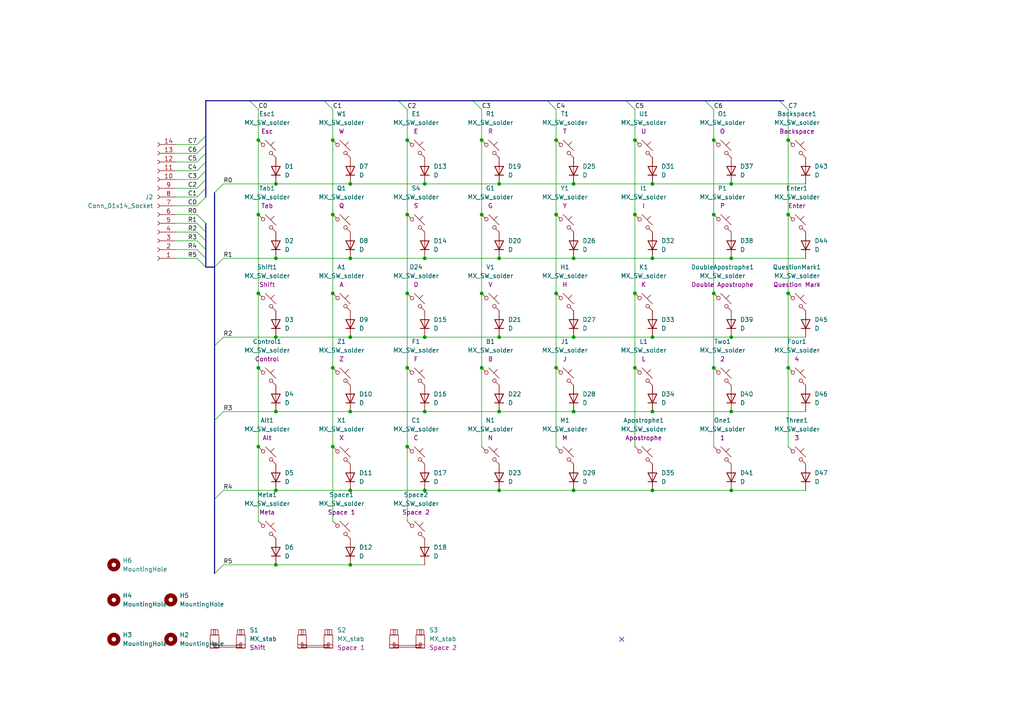
<source format=kicad_sch>
(kicad_sch (version 20230121) (generator eeschema)
  (paper "A4")
  (lib_symbols
    (symbol "Connector:Conn_01x14_Socket" (pin_names (offset 1.016) hide)
      (property "Reference" "J" (at 0 17.78 0))
      (property "Value" "Conn_01x14_Socket" (at 0 -20.32 0))
      (symbol "Conn_01x14_Socket_1_1"
        (arc (start 0 -17.272) (mid -0.5058 -17.78) (end 0 -18.288) (stroke (width 0.1524)))
        (arc (start 0 -14.732) (mid -0.5058 -15.24) (end 0 -15.748) (stroke (width 0.1524)))
        (arc (start 0 -12.192) (mid -0.5058 -12.7) (end 0 -13.208) (stroke (width 0.1524)))
        (arc (start 0 -9.652) (mid -0.5058 -10.16) (end 0 -10.668) (stroke (width 0.1524)))
        (arc (start 0 -7.112) (mid -0.5058 -7.62) (end 0 -8.128) (stroke (width 0.1524)))
        (arc (start 0 -4.572) (mid -0.5058 -5.08) (end 0 -5.588) (stroke (width 0.1524)))
        (arc (start 0 -2.032) (mid -0.5058 -2.54) (end 0 -3.048) (stroke (width 0.1524)))
        (polyline (pts (xy -1.27 -17.78) (xy -0.508 -17.78)) (stroke (width 0.1524)))
        (polyline (pts (xy -1.27 -15.24) (xy -0.508 -15.24)) (stroke (width 0.1524)))
        (polyline (pts (xy -1.27 -12.7) (xy -0.508 -12.7)) (stroke (width 0.1524)))
        (polyline (pts (xy -1.27 -10.16) (xy -0.508 -10.16)) (stroke (width 0.1524)))
        (polyline (pts (xy -1.27 -7.62) (xy -0.508 -7.62)) (stroke (width 0.1524)))
        (polyline (pts (xy -1.27 -5.08) (xy -0.508 -5.08)) (stroke (width 0.1524)))
        (polyline (pts (xy -1.27 -2.54) (xy -0.508 -2.54)) (stroke (width 0.1524)))
        (polyline (pts (xy -1.27 0) (xy -0.508 0)) (stroke (width 0.1524)))
        (polyline (pts (xy -1.27 2.54) (xy -0.508 2.54)) (stroke (width 0.1524)))
        (polyline (pts (xy -1.27 5.08) (xy -0.508 5.08)) (stroke (width 0.1524)))
        (polyline (pts (xy -1.27 7.62) (xy -0.508 7.62)) (stroke (width 0.1524)))
        (polyline (pts (xy -1.27 10.16) (xy -0.508 10.16)) (stroke (width 0.1524)))
        (polyline (pts (xy -1.27 12.7) (xy -0.508 12.7)) (stroke (width 0.1524)))
        (polyline (pts (xy -1.27 15.24) (xy -0.508 15.24)) (stroke (width 0.1524)))
        (arc (start 0 0.508) (mid -0.5058 0) (end 0 -0.508) (stroke (width 0.1524)))
        (arc (start 0 3.048) (mid -0.5058 2.54) (end 0 2.032) (stroke (width 0.1524)))
        (arc (start 0 5.588) (mid -0.5058 5.08) (end 0 4.572) (stroke (width 0.1524)))
        (arc (start 0 8.128) (mid -0.5058 7.62) (end 0 7.112) (stroke (width 0.1524)))
        (arc (start 0 10.668) (mid -0.5058 10.16) (end 0 9.652) (stroke (width 0.1524)))
        (arc (start 0 13.208) (mid -0.5058 12.7) (end 0 12.192) (stroke (width 0.1524)))
        (arc (start 0 15.748) (mid -0.5058 15.24) (end 0 14.732) (stroke (width 0.1524)))
        (pin passive line (at -5.08 15.24 0) (length 3.81) (name "Pin_1") (number "1"))
        (pin passive line (at -5.08 -7.62 0) (length 3.81) (name "Pin_10") (number "10"))
        (pin passive line (at -5.08 -10.16 0) (length 3.81) (name "Pin_11") (number "11"))
        (pin passive line (at -5.08 -12.7 0) (length 3.81) (name "Pin_12") (number "12"))
        (pin passive line (at -5.08 -15.24 0) (length 3.81) (name "Pin_13") (number "13"))
        (pin passive line (at -5.08 -17.78 0) (length 3.81) (name "Pin_14") (number "14"))
        (pin passive line (at -5.08 12.7 0) (length 3.81) (name "Pin_2") (number "2"))
        (pin passive line (at -5.08 10.16 0) (length 3.81) (name "Pin_3") (number "3"))
        (pin passive line (at -5.08 7.62 0) (length 3.81) (name "Pin_4") (number "4"))
        (pin passive line (at -5.08 5.08 0) (length 3.81) (name "Pin_5") (number "5"))
        (pin passive line (at -5.08 2.54 0) (length 3.81) (name "Pin_6") (number "6"))
        (pin passive line (at -5.08 0 0) (length 3.81) (name "Pin_7") (number "7"))
        (pin passive line (at -5.08 -2.54 0) (length 3.81) (name "Pin_8") (number "8"))
        (pin passive line (at -5.08 -5.08 0) (length 3.81) (name "Pin_9") (number "9"))
      )
    )
    (symbol "Device:D" (pin_numbers hide) (pin_names (offset 1.016) hide)
      (property "Reference" "D" (at 0 2.54 0))
      (property "Value" "D" (at 0 -2.54 0))
      (symbol "D_0_1"
        (polyline (pts (xy -1.27 1.27) (xy -1.27 -1.27)) (stroke (width 0.254)))
        (polyline (pts (xy 1.27 0) (xy -1.27 0)))
        (polyline (pts (xy 1.27 1.27) (xy 1.27 -1.27) (xy -1.27 0) (xy 1.27 1.27)) (stroke (width 0.254)))
      )
      (symbol "D_1_1"
        (pin passive line (at -3.81 0 0) (length 2.54) (name "K") (number "1"))
        (pin passive line (at 3.81 0 180) (length 2.54) (name "A") (number "2"))
      )
    )
    (symbol "Mechanical:MountingHole" (pin_names (offset 1.016))
      (property "Reference" "H" (at 0 5.08 0))
      (property "Value" "MountingHole" (at 0 3.175 0))
      (symbol "MountingHole_0_1"
        (circle (center 0 0) (radius 1.27) (stroke (width 1.27)))
      )
    )
    (symbol "PCM_marbastlib-mx:MX_SW_solder" (pin_numbers hide) (pin_names (offset 1.016) hide)
      (property "Reference" "MX" (at 3.048 1.016 0))
      (property "Value" "MX_SW_solder" (at 0 -3.81 0))
      (symbol "MX_SW_solder_0_1"
        (circle (center -1.1684 1.1684) (radius 0.508))
        (polyline (pts (xy -0.508 2.54) (xy 2.54 -0.508)))
        (polyline (pts (xy 1.016 1.016) (xy 2.032 2.032)))
        (polyline (pts (xy -2.54 2.54) (xy -1.524 1.524) (xy -1.524 1.524)))
        (polyline (pts (xy 1.524 -1.524) (xy 2.54 -2.54) (xy 2.54 -2.54) (xy 2.54 -2.54)))
        (circle (center 1.143 -1.1938) (radius 0.508))
        (pin passive line (at -2.54 2.54 0) (length 0) (name "1") (number "1"))
        (pin passive line (at 2.54 -2.54 180) (length 0) (name "2") (number "2"))
      )
    )
    (symbol "PCM_marbastlib-mx:MX_stab" (pin_names (offset 1.016))
      (property "Reference" "S" (at -5.08 6.35 0))
      (property "Value" "MX_stab" (at -5.08 3.81 0))
      (symbol "MX_stab_0_1"
        (rectangle (start -5.08 -1.524) (end -2.54 -2.54))
        (rectangle (start -5.08 1.27) (end -2.54 -2.54))
        (rectangle (start -4.826 2.794) (end -2.794 1.27))
        (rectangle (start -4.064 -2.286) (end -3.556 -1.016))
        (rectangle (start -4.064 -1.778) (end 4.064 -2.286))
        (rectangle (start -4.064 1.27) (end -3.556 2.794))
        (rectangle (start 2.54 -1.524) (end 5.08 -2.54))
        (rectangle (start 2.54 1.27) (end 5.08 -2.54))
        (rectangle (start 2.794 2.794) (end 4.826 1.27))
        (rectangle (start 3.556 1.27) (end 4.064 2.794))
        (rectangle (start 4.064 -2.286) (end 3.556 -1.016))
      )
    )
  )
  (junction (at 144.78 97.79))
  (junction (at 144.78 53.34))
  (junction (at 74.93 106.68))
  (junction (at 184.15 85.09))
  (junction (at 166.37 53.34))
  (junction (at 212.09 53.34))
  (junction (at 80.01 97.79))
  (junction (at 228.6 40.64))
  (junction (at 166.37 142.24))
  (junction (at 189.23 142.24))
  (junction (at 74.93 129.54))
  (junction (at 212.09 97.79))
  (junction (at 123.19 97.79))
  (junction (at 74.93 85.09))
  (junction (at 212.09 142.24))
  (junction (at 207.01 62.23))
  (junction (at 184.15 106.68))
  (junction (at 189.23 74.93))
  (junction (at 118.11 40.64))
  (junction (at 101.6 74.93))
  (junction (at 212.09 74.93))
  (junction (at 207.01 106.68))
  (junction (at 228.6 106.68))
  (junction (at 161.29 62.23))
  (junction (at 118.11 62.23))
  (junction (at 184.15 40.64))
  (junction (at 96.52 85.09))
  (junction (at 101.6 163.83))
  (junction (at 123.19 142.24))
  (junction (at 161.29 106.68))
  (junction (at 189.23 97.79))
  (junction (at 74.93 62.23))
  (junction (at 161.29 40.64))
  (junction (at 118.11 106.68))
  (junction (at 101.6 53.34))
  (junction (at 144.78 142.24))
  (junction (at 144.78 74.93))
  (junction (at 80.01 119.38))
  (junction (at 189.23 53.34))
  (junction (at 139.7 62.23))
  (junction (at 74.93 40.64))
  (junction (at 123.19 119.38))
  (junction (at 139.7 106.68))
  (junction (at 96.52 129.54))
  (junction (at 96.52 106.68))
  (junction (at 166.37 74.93))
  (junction (at 144.78 119.38))
  (junction (at 80.01 142.24))
  (junction (at 80.01 163.83))
  (junction (at 118.11 129.54))
  (junction (at 228.6 85.09))
  (junction (at 139.7 85.09))
  (junction (at 166.37 119.38))
  (junction (at 118.11 85.09))
  (junction (at 80.01 53.34))
  (junction (at 96.52 62.23))
  (junction (at 96.52 40.64))
  (junction (at 189.23 119.38))
  (junction (at 101.6 97.79))
  (junction (at 101.6 142.24))
  (junction (at 139.7 40.64))
  (junction (at 184.15 62.23))
  (junction (at 123.19 74.93))
  (junction (at 207.01 85.09))
  (junction (at 161.29 85.09))
  (junction (at 101.6 119.38))
  (junction (at 207.01 40.64))
  (junction (at 80.01 74.93))
  (junction (at 166.37 97.79))
  (junction (at 212.09 119.38))
  (junction (at 228.6 62.23))
  (junction (at 123.19 53.34))
  (no_connect (at 180.34 185.42))
  (bus_entry (at 59.69 41.91) (size -2.54 2.54))
  (bus_entry (at 137.16 29.21) (size 2.54 2.54))
  (bus_entry (at 62.23 121.92) (size 2.54 -2.54))
  (bus_entry (at 59.69 49.53) (size -2.54 2.54))
  (bus_entry (at 181.61 29.21) (size 2.54 2.54))
  (bus_entry (at 62.23 166.37) (size 2.54 -2.54))
  (bus_entry (at 57.15 74.93) (size 2.54 2.54))
  (bus_entry (at 59.69 46.99) (size -2.54 2.54))
  (bus_entry (at 57.15 72.39) (size 2.54 2.54))
  (bus_entry (at 62.23 55.88) (size 2.54 -2.54))
  (bus_entry (at 62.23 100.33) (size 2.54 -2.54))
  (bus_entry (at 59.69 54.61) (size -2.54 2.54))
  (bus_entry (at 57.15 69.85) (size 2.54 2.54))
  (bus_entry (at 72.39 29.21) (size 2.54 2.54))
  (bus_entry (at 226.06 29.21) (size 2.54 2.54))
  (bus_entry (at 62.23 77.47) (size 2.54 -2.54))
  (bus_entry (at 59.69 44.45) (size -2.54 2.54))
  (bus_entry (at 62.23 144.78) (size 2.54 -2.54))
  (bus_entry (at 57.15 62.23) (size 2.54 2.54))
  (bus_entry (at 115.57 29.21) (size 2.54 2.54))
  (bus_entry (at 93.98 29.21) (size 2.54 2.54))
  (bus_entry (at 59.69 57.15) (size -2.54 2.54))
  (bus_entry (at 57.15 64.77) (size 2.54 2.54))
  (bus_entry (at 59.69 39.37) (size -2.54 2.54))
  (bus_entry (at 204.47 29.21) (size 2.54 2.54))
  (bus_entry (at 59.69 52.07) (size -2.54 2.54))
  (bus_entry (at 158.75 29.21) (size 2.54 2.54))
  (bus_entry (at 57.15 67.31) (size 2.54 2.54))
  (wire (pts (xy 50.8 64.77) (xy 57.15 64.77)))
  (wire (pts (xy 212.09 74.93) (xy 233.68 74.93)))
  (wire (pts (xy 50.8 49.53) (xy 57.15 49.53)))
  (wire (pts (xy 144.78 74.93) (xy 166.37 74.93)))
  (wire (pts (xy 64.77 119.38) (xy 80.01 119.38)))
  (wire (pts (xy 166.37 119.38) (xy 189.23 119.38)))
  (wire (pts (xy 139.7 40.64) (xy 139.7 62.23)))
  (wire (pts (xy 189.23 53.34) (xy 212.09 53.34)))
  (wire (pts (xy 118.11 40.64) (xy 118.11 62.23)))
  (wire (pts (xy 166.37 97.79) (xy 189.23 97.79)))
  (wire (pts (xy 228.6 106.68) (xy 228.6 129.54)))
  (wire (pts (xy 50.8 72.39) (xy 57.15 72.39)))
  (wire (pts (xy 123.19 142.24) (xy 144.78 142.24)))
  (wire (pts (xy 80.01 97.79) (xy 101.6 97.79)))
  (wire (pts (xy 50.8 54.61) (xy 57.15 54.61)))
  (bus (pts (xy 62.23 77.47) (xy 62.23 100.33)))
  (wire (pts (xy 123.19 74.93) (xy 144.78 74.93)))
  (wire (pts (xy 144.78 119.38) (xy 166.37 119.38)))
  (wire (pts (xy 166.37 74.93) (xy 189.23 74.93)))
  (wire (pts (xy 139.7 62.23) (xy 139.7 85.09)))
  (wire (pts (xy 161.29 62.23) (xy 161.29 85.09)))
  (bus (pts (xy 59.69 72.39) (xy 59.69 74.93)))
  (wire (pts (xy 118.11 106.68) (xy 118.11 129.54)))
  (wire (pts (xy 184.15 40.64) (xy 184.15 62.23)))
  (wire (pts (xy 144.78 53.34) (xy 166.37 53.34)))
  (bus (pts (xy 226.06 29.21) (xy 227.33 29.21)))
  (wire (pts (xy 50.8 44.45) (xy 57.15 44.45)))
  (wire (pts (xy 74.93 62.23) (xy 74.93 85.09)))
  (bus (pts (xy 62.23 121.92) (xy 62.23 144.78)))
  (wire (pts (xy 144.78 97.79) (xy 166.37 97.79)))
  (wire (pts (xy 118.11 85.09) (xy 118.11 106.68)))
  (wire (pts (xy 228.6 62.23) (xy 228.6 85.09)))
  (bus (pts (xy 59.69 41.91) (xy 59.69 39.37)))
  (wire (pts (xy 189.23 142.24) (xy 212.09 142.24)))
  (wire (pts (xy 74.93 129.54) (xy 74.93 151.13)))
  (wire (pts (xy 50.8 59.69) (xy 57.15 59.69)))
  (bus (pts (xy 115.57 29.21) (xy 137.16 29.21)))
  (wire (pts (xy 74.93 85.09) (xy 74.93 106.68)))
  (bus (pts (xy 59.69 69.85) (xy 59.69 72.39)))
  (bus (pts (xy 59.69 74.93) (xy 59.69 77.47)))
  (wire (pts (xy 50.8 41.91) (xy 57.15 41.91)))
  (wire (pts (xy 80.01 163.83) (xy 101.6 163.83)))
  (bus (pts (xy 59.69 44.45) (xy 59.69 41.91)))
  (wire (pts (xy 123.19 119.38) (xy 144.78 119.38)))
  (wire (pts (xy 96.52 40.64) (xy 96.52 62.23)))
  (wire (pts (xy 144.78 142.24) (xy 166.37 142.24)))
  (wire (pts (xy 139.7 85.09) (xy 139.7 106.68)))
  (wire (pts (xy 207.01 106.68) (xy 207.01 129.54)))
  (wire (pts (xy 96.52 85.09) (xy 96.52 106.68)))
  (bus (pts (xy 62.23 55.88) (xy 62.23 77.47)))
  (wire (pts (xy 189.23 119.38) (xy 212.09 119.38)))
  (bus (pts (xy 59.69 64.77) (xy 59.69 67.31)))
  (wire (pts (xy 50.8 57.15) (xy 57.15 57.15)))
  (wire (pts (xy 184.15 62.23) (xy 184.15 85.09)))
  (bus (pts (xy 59.69 52.07) (xy 59.69 49.53)))
  (bus (pts (xy 137.16 29.21) (xy 158.75 29.21)))
  (wire (pts (xy 96.52 31.75) (xy 96.52 40.64)))
  (wire (pts (xy 96.52 129.54) (xy 96.52 151.13)))
  (wire (pts (xy 189.23 74.93) (xy 212.09 74.93)))
  (bus (pts (xy 72.39 29.21) (xy 93.98 29.21)))
  (wire (pts (xy 228.6 40.64) (xy 228.6 62.23)))
  (bus (pts (xy 93.98 29.21) (xy 115.57 29.21)))
  (bus (pts (xy 59.69 29.21) (xy 72.39 29.21)))
  (wire (pts (xy 80.01 119.38) (xy 101.6 119.38)))
  (bus (pts (xy 62.23 144.78) (xy 62.23 166.37)))
  (bus (pts (xy 59.69 67.31) (xy 59.69 69.85)))
  (wire (pts (xy 166.37 142.24) (xy 189.23 142.24)))
  (wire (pts (xy 74.93 40.64) (xy 74.93 62.23)))
  (wire (pts (xy 80.01 74.93) (xy 101.6 74.93)))
  (wire (pts (xy 101.6 142.24) (xy 123.19 142.24)))
  (wire (pts (xy 101.6 53.34) (xy 123.19 53.34)))
  (wire (pts (xy 228.6 31.75) (xy 228.6 40.64)))
  (wire (pts (xy 50.8 62.23) (xy 57.15 62.23)))
  (bus (pts (xy 59.69 49.53) (xy 59.69 46.99)))
  (wire (pts (xy 101.6 74.93) (xy 123.19 74.93)))
  (wire (pts (xy 64.77 163.83) (xy 80.01 163.83)))
  (wire (pts (xy 74.93 106.68) (xy 74.93 129.54)))
  (bus (pts (xy 181.61 29.21) (xy 204.47 29.21)))
  (wire (pts (xy 50.8 74.93) (xy 57.15 74.93)))
  (wire (pts (xy 189.23 97.79) (xy 212.09 97.79)))
  (wire (pts (xy 123.19 97.79) (xy 144.78 97.79)))
  (wire (pts (xy 64.77 74.93) (xy 80.01 74.93)))
  (wire (pts (xy 64.77 142.24) (xy 80.01 142.24)))
  (bus (pts (xy 62.23 100.33) (xy 62.23 121.92)))
  (wire (pts (xy 96.52 62.23) (xy 96.52 85.09)))
  (wire (pts (xy 207.01 62.23) (xy 207.01 85.09)))
  (wire (pts (xy 139.7 31.75) (xy 139.7 40.64)))
  (wire (pts (xy 80.01 142.24) (xy 101.6 142.24)))
  (wire (pts (xy 64.77 97.79) (xy 80.01 97.79)))
  (bus (pts (xy 59.69 57.15) (xy 59.69 54.61)))
  (wire (pts (xy 118.11 62.23) (xy 118.11 85.09)))
  (wire (pts (xy 184.15 31.75) (xy 184.15 40.64)))
  (wire (pts (xy 161.29 40.64) (xy 161.29 62.23)))
  (wire (pts (xy 166.37 53.34) (xy 189.23 53.34)))
  (wire (pts (xy 64.77 53.34) (xy 80.01 53.34)))
  (wire (pts (xy 123.19 53.34) (xy 144.78 53.34)))
  (bus (pts (xy 59.69 77.47) (xy 62.23 77.47)))
  (wire (pts (xy 212.09 142.24) (xy 233.68 142.24)))
  (wire (pts (xy 118.11 31.75) (xy 118.11 40.64)))
  (bus (pts (xy 158.75 29.21) (xy 181.61 29.21)))
  (wire (pts (xy 50.8 69.85) (xy 57.15 69.85)))
  (bus (pts (xy 204.47 29.21) (xy 226.06 29.21)))
  (wire (pts (xy 96.52 106.68) (xy 96.52 129.54)))
  (bus (pts (xy 59.69 46.99) (xy 59.69 44.45)))
  (bus (pts (xy 59.69 54.61) (xy 59.69 52.07)))
  (bus (pts (xy 59.69 29.21) (xy 59.69 39.37)))
  (wire (pts (xy 74.93 31.75) (xy 74.93 40.64)))
  (wire (pts (xy 207.01 85.09) (xy 207.01 106.68)))
  (wire (pts (xy 207.01 31.75) (xy 207.01 40.64)))
  (wire (pts (xy 161.29 31.75) (xy 161.29 40.64)))
  (wire (pts (xy 118.11 129.54) (xy 118.11 151.13)))
  (wire (pts (xy 212.09 97.79) (xy 233.68 97.79)))
  (wire (pts (xy 139.7 106.68) (xy 139.7 129.54)))
  (wire (pts (xy 212.09 119.38) (xy 233.68 119.38)))
  (wire (pts (xy 184.15 85.09) (xy 184.15 106.68)))
  (wire (pts (xy 50.8 67.31) (xy 57.15 67.31)))
  (wire (pts (xy 80.01 53.34) (xy 101.6 53.34)))
  (wire (pts (xy 101.6 97.79) (xy 123.19 97.79)))
  (wire (pts (xy 161.29 85.09) (xy 161.29 106.68)))
  (wire (pts (xy 50.8 46.99) (xy 57.15 46.99)))
  (wire (pts (xy 161.29 106.68) (xy 161.29 129.54)))
  (wire (pts (xy 207.01 40.64) (xy 207.01 62.23)))
  (wire (pts (xy 212.09 53.34) (xy 233.68 53.34)))
  (wire (pts (xy 50.8 52.07) (xy 57.15 52.07)))
  (wire (pts (xy 228.6 85.09) (xy 228.6 106.68)))
  (wire (pts (xy 101.6 163.83) (xy 123.19 163.83)))
  (wire (pts (xy 184.15 106.68) (xy 184.15 129.54)))
  (wire (pts (xy 101.6 119.38) (xy 123.19 119.38)))
  (label "C5" (at 57.15 46.99 180))
  (label "C7" (at 57.15 41.91 180))
  (label "C3" (at 57.15 52.07 180))
  (label "R0" (at 64.77 53.34 0))
  (label "C0" (at 57.15 59.69 180))
  (label "C4" (at 57.15 49.53 180))
  (label "R0" (at 57.15 62.23 180))
  (label "R1" (at 64.77 74.93 0))
  (label "R4" (at 64.77 142.24 0))
  (label "R5" (at 64.77 163.83 0))
  (label "C6" (at 207.01 31.75 0))
  (label "C0" (at 74.93 31.75 0))
  (label "C1" (at 96.52 31.75 0))
  (label "C1" (at 57.15 57.15 180))
  (label "R2" (at 64.77 97.79 0))
  (label "C3" (at 139.7 31.75 0))
  (label "R5" (at 57.15 74.93 180))
  (label "R3" (at 64.77 119.38 0))
  (label "R4" (at 57.15 72.39 180))
  (label "R3" (at 57.15 69.85 180))
  (label "C6" (at 57.15 44.45 180))
  (label "C2" (at 57.15 54.61 180))
  (label "C7" (at 228.6 31.75 0))
  (label "R1" (at 57.15 64.77 180))
  (label "C5" (at 184.15 31.75 0))
  (label "C2" (at 118.11 31.75 0))
  (label "R2" (at 57.15 67.31 180))
  (label "C4" (at 161.29 31.75 0))
  (symbol (lib_id "PCM_marbastlib-mx:MX_SW_solder") (at 231.14 43.18 0) (unit 1)
    (property "Reference" "Backspace1" (at 231.14 33.02 0))
    (property "Value" "MX_SW_solder" (at 231.14 35.56 0))
    (property "Footprint" "PCM_marbastlib-mx:SW_MX_1u" (effects hide))
    (property "Name" "Backspace" (at 231.14 38.1 0))
  )
  (symbol (lib_id "PCM_marbastlib-mx:MX_SW_solder") (at 231.14 109.22 0) (unit 1)
    (property "Reference" "Four1" (at 231.14 99.06 0))
    (property "Value" "MX_SW_solder" (at 231.14 101.6 0))
    (property "Footprint" "PCM_marbastlib-mx:SW_MX_1u" (effects hide))
    (property "Name" "4" (at 231.14 104.14 0))
  )
  (symbol (lib_id "PCM_marbastlib-mx:MX_SW_solder") (at 142.24 43.18 0) (unit 1)
    (property "Reference" "R1" (at 142.24 33.02 0))
    (property "Value" "MX_SW_solder" (at 142.24 35.56 0))
    (property "Footprint" "PCM_marbastlib-mx:SW_MX_1u" (effects hide))
    (property "Name" "R" (at 142.24 38.1 0))
  )
  (symbol (lib_id "PCM_marbastlib-mx:MX_SW_solder") (at 186.69 109.22 0) (unit 1)
    (property "Reference" "L1" (at 186.69 99.06 0))
    (property "Value" "MX_SW_solder" (at 186.69 101.6 0))
    (property "Footprint" "PCM_marbastlib-mx:SW_MX_1u" (effects hide))
    (property "Name" "L" (at 186.69 104.14 0))
  )
  (symbol (lib_id "Device:D") (at 80.01 160.02 90) (unit 1)
    (property "Reference" "D6" (at 82.55 158.75 90) (effects (justify right)))
    (property "Value" "D" (at 82.55 161.29 90) (effects (justify right)))
    (property "Footprint" "Diode_THT:D_DO-35_SOD27_P7.62mm_Horizontal" (effects hide))
    (property "Sim.Device" "D" (effects hide))
    (property "Sim.Pins" "1=K 2=A" (effects hide))
  )
  (symbol (lib_id "PCM_marbastlib-mx:MX_stab") (at 66.04 185.42 0) (unit 1)
    (property "Reference" "S1" (at 72.39 182.753 0) (effects (justify left)))
    (property "Value" "MX_stab" (at 72.39 185.293 0) (effects (justify left)))
    (property "Footprint" "PCM_marbastlib-mx:STAB_MX_P_2.25u" (effects hide))
    (property "Name" "Shift" (at 72.39 187.833 0) (effects (justify left)))
  )
  (symbol (lib_id "PCM_marbastlib-mx:MX_SW_solder") (at 77.47 87.63 0) (unit 1)
    (property "Reference" "Shift1" (at 77.47 77.47 0))
    (property "Value" "MX_SW_solder" (at 77.47 80.01 0))
    (property "Footprint" "PCM_Switch_Keyboard_Cherry_MX:SW_Cherry_MX_PCB_2.00u" (effects hide))
    (property "Name" "Shift" (at 77.47 82.55 0))
  )
  (symbol (lib_id "PCM_marbastlib-mx:MX_SW_solder") (at 120.65 64.77 0) (unit 1)
    (property "Reference" "S4" (at 120.65 54.61 0))
    (property "Value" "MX_SW_solder" (at 120.65 57.15 0))
    (property "Footprint" "PCM_marbastlib-mx:SW_MX_1u" (effects hide))
    (property "Name" "S" (at 120.65 59.69 0))
  )
  (symbol (lib_id "Device:D") (at 212.09 115.57 90) (unit 1)
    (property "Reference" "D40" (at 214.63 114.3 90) (effects (justify right)))
    (property "Value" "D" (at 214.63 116.84 90) (effects (justify right)))
    (property "Footprint" "Diode_THT:D_DO-35_SOD27_P7.62mm_Horizontal" (effects hide))
    (property "Sim.Device" "D" (effects hide))
    (property "Sim.Pins" "1=K 2=A" (effects hide))
  )
  (symbol (lib_id "Device:D") (at 166.37 115.57 90) (unit 1)
    (property "Reference" "D28" (at 168.91 114.3 90) (effects (justify right)))
    (property "Value" "D" (at 168.91 116.84 90) (effects (justify right)))
    (property "Footprint" "Diode_THT:D_DO-35_SOD27_P7.62mm_Horizontal" (effects hide))
    (property "Sim.Device" "D" (effects hide))
    (property "Sim.Pins" "1=K 2=A" (effects hide))
  )
  (symbol (lib_id "PCM_marbastlib-mx:MX_stab") (at 91.44 185.42 0) (unit 1)
    (property "Reference" "S2" (at 97.79 182.753 0) (effects (justify left)))
    (property "Value" "MX_stab" (at 97.79 185.293 0) (effects (justify left)))
    (property "Footprint" "PCM_marbastlib-mx:STAB_MX_P_2.75u" (effects hide))
    (property "Name" "Space 1" (at 97.79 187.833 0) (effects (justify left)))
  )
  (symbol (lib_id "Device:D") (at 80.01 93.98 90) (unit 1)
    (property "Reference" "D3" (at 82.55 92.71 90) (effects (justify right)))
    (property "Value" "D" (at 82.55 95.25 90) (effects (justify right)))
    (property "Footprint" "Diode_THT:D_DO-35_SOD27_P7.62mm_Horizontal" (effects hide))
    (property "Sim.Device" "D" (effects hide))
    (property "Sim.Pins" "1=K 2=A" (effects hide))
  )
  (symbol (lib_id "PCM_marbastlib-mx:MX_SW_solder") (at 142.24 87.63 0) (unit 1)
    (property "Reference" "V1" (at 142.24 77.47 0))
    (property "Value" "MX_SW_solder" (at 142.24 80.01 0))
    (property "Footprint" "PCM_marbastlib-mx:SW_MX_1u" (effects hide))
    (property "Name" "V" (at 142.24 82.55 0))
  )
  (symbol (lib_id "Mechanical:MountingHole") (at 49.53 173.99 0) (unit 1)
    (property "Reference" "H5" (at 52.07 172.72 0) (effects (justify left)))
    (property "Value" "MountingHole" (at 52.07 175.26 0) (effects (justify left)))
    (property "Footprint" "MountingHole:MountingHole_2.2mm_M2" (effects hide))
  )
  (symbol (lib_id "PCM_marbastlib-mx:MX_SW_solder") (at 163.83 87.63 0) (unit 1)
    (property "Reference" "H1" (at 163.83 77.47 0))
    (property "Value" "MX_SW_solder" (at 163.83 80.01 0))
    (property "Footprint" "PCM_marbastlib-mx:SW_MX_1u" (effects hide))
    (property "Name" "H" (at 163.83 82.55 0))
  )
  (symbol (lib_id "Mechanical:MountingHole") (at 33.02 163.83 0) (unit 1)
    (property "Reference" "H6" (at 35.56 162.56 0) (effects (justify left)))
    (property "Value" "MountingHole" (at 35.56 165.1 0) (effects (justify left)))
    (property "Footprint" "MountingHole:MountingHole_2.2mm_M2" (effects hide))
  )
  (symbol (lib_id "Device:D") (at 101.6 160.02 90) (unit 1)
    (property "Reference" "D12" (at 104.14 158.75 90) (effects (justify right)))
    (property "Value" "D" (at 104.14 161.29 90) (effects (justify right)))
    (property "Footprint" "Diode_THT:D_DO-35_SOD27_P7.62mm_Horizontal" (effects hide))
    (property "Sim.Device" "D" (effects hide))
    (property "Sim.Pins" "1=K 2=A" (effects hide))
  )
  (symbol (lib_id "PCM_marbastlib-mx:MX_SW_solder") (at 186.69 132.08 0) (unit 1)
    (property "Reference" "Apostrophe1" (at 186.69 121.92 0))
    (property "Value" "MX_SW_solder" (at 186.69 124.46 0))
    (property "Footprint" "PCM_marbastlib-mx:SW_MX_1u" (effects hide))
    (property "Name" "Apostrophe" (at 186.69 127 0))
  )
  (symbol (lib_id "PCM_marbastlib-mx:MX_SW_solder") (at 120.65 87.63 0) (unit 1)
    (property "Reference" "D24" (at 120.65 77.47 0))
    (property "Value" "MX_SW_solder" (at 120.65 80.01 0))
    (property "Footprint" "PCM_marbastlib-mx:SW_MX_1u" (effects hide))
    (property "Name" "D" (at 120.65 82.55 0))
  )
  (symbol (lib_id "PCM_marbastlib-mx:MX_SW_solder") (at 142.24 109.22 0) (unit 1)
    (property "Reference" "B1" (at 142.24 99.06 0))
    (property "Value" "MX_SW_solder" (at 142.24 101.6 0))
    (property "Footprint" "PCM_marbastlib-mx:SW_MX_1u" (effects hide))
    (property "Name" "B" (at 142.24 104.14 0))
  )
  (symbol (lib_id "PCM_marbastlib-mx:MX_SW_solder") (at 209.55 87.63 0) (unit 1)
    (property "Reference" "DoubleApostrophe1" (at 209.55 77.47 0))
    (property "Value" "MX_SW_solder" (at 209.55 80.01 0))
    (property "Footprint" "PCM_marbastlib-mx:SW_MX_1u" (effects hide))
    (property "Name" "Double Apostrophe" (at 209.55 82.55 0))
  )
  (symbol (lib_id "Device:D") (at 123.19 138.43 90) (unit 1)
    (property "Reference" "D17" (at 125.73 137.16 90) (effects (justify right)))
    (property "Value" "D" (at 125.73 139.7 90) (effects (justify right)))
    (property "Footprint" "Diode_THT:D_DO-35_SOD27_P7.62mm_Horizontal" (effects hide))
    (property "Sim.Device" "D" (effects hide))
    (property "Sim.Pins" "1=K 2=A" (effects hide))
  )
  (symbol (lib_id "PCM_marbastlib-mx:MX_SW_solder") (at 163.83 109.22 0) (unit 1)
    (property "Reference" "J1" (at 163.83 99.06 0))
    (property "Value" "MX_SW_solder" (at 163.83 101.6 0))
    (property "Footprint" "PCM_marbastlib-mx:SW_MX_1u" (effects hide))
    (property "Name" "J" (at 163.83 104.14 0))
  )
  (symbol (lib_id "Mechanical:MountingHole") (at 49.53 185.42 0) (unit 1)
    (property "Reference" "H2" (at 52.07 184.15 0) (effects (justify left)))
    (property "Value" "MountingHole" (at 52.07 186.69 0) (effects (justify left)))
    (property "Footprint" "MountingHole:MountingHole_2.2mm_M2" (effects hide))
  )
  (symbol (lib_id "PCM_marbastlib-mx:MX_stab") (at 118.11 185.42 0) (unit 1)
    (property "Reference" "S3" (at 124.46 182.753 0) (effects (justify left)))
    (property "Value" "MX_stab" (at 124.46 185.293 0) (effects (justify left)))
    (property "Footprint" "PCM_marbastlib-mx:STAB_MX_P_2u" (effects hide))
    (property "Name" "Space 2" (at 124.46 187.833 0) (effects (justify left)))
  )
  (symbol (lib_id "Device:D") (at 212.09 49.53 90) (unit 1)
    (property "Reference" "D37" (at 214.63 48.26 90) (effects (justify right)))
    (property "Value" "D" (at 214.63 50.8 90) (effects (justify right)))
    (property "Footprint" "Diode_THT:D_DO-35_SOD27_P7.62mm_Horizontal" (effects hide))
    (property "Sim.Device" "D" (effects hide))
    (property "Sim.Pins" "1=K 2=A" (effects hide))
  )
  (symbol (lib_id "Device:D") (at 123.19 160.02 90) (unit 1)
    (property "Reference" "D18" (at 125.73 158.75 90) (effects (justify right)))
    (property "Value" "D" (at 125.73 161.29 90) (effects (justify right)))
    (property "Footprint" "Diode_THT:D_DO-35_SOD27_P7.62mm_Horizontal" (effects hide))
    (property "Sim.Device" "D" (effects hide))
    (property "Sim.Pins" "1=K 2=A" (effects hide))
  )
  (symbol (lib_id "PCM_marbastlib-mx:MX_SW_solder") (at 186.69 43.18 0) (unit 1)
    (property "Reference" "U1" (at 186.69 33.02 0))
    (property "Value" "MX_SW_solder" (at 186.69 35.56 0))
    (property "Footprint" "PCM_marbastlib-mx:SW_MX_1u" (effects hide))
    (property "Name" "U" (at 186.69 38.1 0))
  )
  (symbol (lib_id "Device:D") (at 166.37 49.53 90) (unit 1)
    (property "Reference" "D25" (at 168.91 48.26 90) (effects (justify right)))
    (property "Value" "D" (at 168.91 50.8 90) (effects (justify right)))
    (property "Footprint" "Diode_THT:D_DO-35_SOD27_P7.62mm_Horizontal" (effects hide))
    (property "Sim.Device" "D" (effects hide))
    (property "Sim.Pins" "1=K 2=A" (effects hide))
  )
  (symbol (lib_id "PCM_marbastlib-mx:MX_SW_solder") (at 231.14 64.77 0) (unit 1)
    (property "Reference" "Enter1" (at 231.14 54.61 0))
    (property "Value" "MX_SW_solder" (at 231.14 57.15 0))
    (property "Footprint" "PCM_Switch_Keyboard_Cherry_MX:SW_Cherry_MX_PCB_1.75u" (effects hide))
    (property "Name" "Enter" (at 231.14 59.69 0))
  )
  (symbol (lib_id "PCM_marbastlib-mx:MX_SW_solder") (at 209.55 109.22 0) (unit 1)
    (property "Reference" "Two1" (at 209.55 99.06 0))
    (property "Value" "MX_SW_solder" (at 209.55 101.6 0))
    (property "Footprint" "PCM_marbastlib-mx:SW_MX_1u" (effects hide))
    (property "Name" "2" (at 209.55 104.14 0))
  )
  (symbol (lib_id "Device:D") (at 166.37 93.98 90) (unit 1)
    (property "Reference" "D27" (at 168.91 92.71 90) (effects (justify right)))
    (property "Value" "D" (at 168.91 95.25 90) (effects (justify right)))
    (property "Footprint" "Diode_THT:D_DO-35_SOD27_P7.62mm_Horizontal" (effects hide))
    (property "Sim.Device" "D" (effects hide))
    (property "Sim.Pins" "1=K 2=A" (effects hide))
  )
  (symbol (lib_id "Device:D") (at 101.6 115.57 90) (unit 1)
    (property "Reference" "D10" (at 104.14 114.3 90) (effects (justify right)))
    (property "Value" "D" (at 104.14 116.84 90) (effects (justify right)))
    (property "Footprint" "Diode_THT:D_DO-35_SOD27_P7.62mm_Horizontal" (effects hide))
    (property "Sim.Device" "D" (effects hide))
    (property "Sim.Pins" "1=K 2=A" (effects hide))
  )
  (symbol (lib_id "PCM_marbastlib-mx:MX_SW_solder") (at 163.83 132.08 0) (unit 1)
    (property "Reference" "M1" (at 163.83 121.92 0))
    (property "Value" "MX_SW_solder" (at 163.83 124.46 0))
    (property "Footprint" "PCM_marbastlib-mx:SW_MX_1u" (effects hide))
    (property "Name" "M" (at 163.83 127 0))
  )
  (symbol (lib_id "Mechanical:MountingHole") (at 33.02 185.42 0) (unit 1)
    (property "Reference" "H3" (at 35.56 184.15 0) (effects (justify left)))
    (property "Value" "MountingHole" (at 35.56 186.69 0) (effects (justify left)))
    (property "Footprint" "MountingHole:MountingHole_2.2mm_M2" (effects hide))
  )
  (symbol (lib_id "Device:D") (at 101.6 138.43 90) (unit 1)
    (property "Reference" "D11" (at 104.14 137.16 90) (effects (justify right)))
    (property "Value" "D" (at 104.14 139.7 90) (effects (justify right)))
    (property "Footprint" "Diode_THT:D_DO-35_SOD27_P7.62mm_Horizontal" (effects hide))
    (property "Sim.Device" "D" (effects hide))
    (property "Sim.Pins" "1=K 2=A" (effects hide))
  )
  (symbol (lib_id "PCM_marbastlib-mx:MX_SW_solder") (at 99.06 153.67 0) (unit 1)
    (property "Reference" "Space1" (at 99.06 143.51 0))
    (property "Value" "MX_SW_solder" (at 99.06 146.05 0))
    (property "Footprint" "PCM_Switch_Keyboard_Cherry_MX:SW_Cherry_MX_PCB_2.75u" (effects hide))
    (property "Name" "Space 1" (at 99.06 148.59 0))
  )
  (symbol (lib_id "PCM_marbastlib-mx:MX_SW_solder") (at 99.06 132.08 0) (unit 1)
    (property "Reference" "X1" (at 99.06 121.92 0))
    (property "Value" "MX_SW_solder" (at 99.06 124.46 0))
    (property "Footprint" "PCM_marbastlib-mx:SW_MX_1u" (effects hide))
    (property "Name" "X" (at 99.06 127 0))
  )
  (symbol (lib_id "Device:D") (at 144.78 115.57 90) (unit 1)
    (property "Reference" "D22" (at 147.32 114.3 90) (effects (justify right)))
    (property "Value" "D" (at 147.32 116.84 90) (effects (justify right)))
    (property "Footprint" "Diode_THT:D_DO-35_SOD27_P7.62mm_Horizontal" (effects hide))
    (property "Sim.Device" "D" (effects hide))
    (property "Sim.Pins" "1=K 2=A" (effects hide))
  )
  (symbol (lib_id "PCM_marbastlib-mx:MX_SW_solder") (at 77.47 43.18 0) (unit 1)
    (property "Reference" "Esc1" (at 77.47 33.02 0))
    (property "Value" "MX_SW_solder" (at 77.47 35.56 0))
    (property "Footprint" "PCM_marbastlib-mx:SW_MX_1u" (effects hide))
    (property "Name" "Esc" (at 77.47 38.1 0))
  )
  (symbol (lib_id "Device:D") (at 189.23 49.53 90) (unit 1)
    (property "Reference" "D31" (at 191.77 48.26 90) (effects (justify right)))
    (property "Value" "D" (at 191.77 50.8 90) (effects (justify right)))
    (property "Footprint" "Diode_THT:D_DO-35_SOD27_P7.62mm_Horizontal" (effects hide))
    (property "Sim.Device" "D" (effects hide))
    (property "Sim.Pins" "1=K 2=A" (effects hide))
  )
  (symbol (lib_id "Device:D") (at 101.6 49.53 90) (unit 1)
    (property "Reference" "D7" (at 104.14 48.26 90) (effects (justify right)))
    (property "Value" "D" (at 104.14 50.8 90) (effects (justify right)))
    (property "Footprint" "Diode_THT:D_DO-35_SOD27_P7.62mm_Horizontal" (effects hide))
    (property "Sim.Device" "D" (effects hide))
    (property "Sim.Pins" "1=K 2=A" (effects hide))
  )
  (symbol (lib_id "Device:D") (at 166.37 138.43 90) (unit 1)
    (property "Reference" "D29" (at 168.91 137.16 90) (effects (justify right)))
    (property "Value" "D" (at 168.91 139.7 90) (effects (justify right)))
    (property "Footprint" "Diode_THT:D_DO-35_SOD27_P7.62mm_Horizontal" (effects hide))
    (property "Sim.Device" "D" (effects hide))
    (property "Sim.Pins" "1=K 2=A" (effects hide))
  )
  (symbol (lib_id "Device:D") (at 189.23 93.98 90) (unit 1)
    (property "Reference" "D33" (at 191.77 92.71 90) (effects (justify right)))
    (property "Value" "D" (at 191.77 95.25 90) (effects (justify right)))
    (property "Footprint" "Diode_THT:D_DO-35_SOD27_P7.62mm_Horizontal" (effects hide))
    (property "Sim.Device" "D" (effects hide))
    (property "Sim.Pins" "1=K 2=A" (effects hide))
  )
  (symbol (lib_id "Device:D") (at 101.6 93.98 90) (unit 1)
    (property "Reference" "D9" (at 104.14 92.71 90) (effects (justify right)))
    (property "Value" "D" (at 104.14 95.25 90) (effects (justify right)))
    (property "Footprint" "Diode_THT:D_DO-35_SOD27_P7.62mm_Horizontal" (effects hide))
    (property "Sim.Device" "D" (effects hide))
    (property "Sim.Pins" "1=K 2=A" (effects hide))
  )
  (symbol (lib_id "PCM_marbastlib-mx:MX_SW_solder") (at 231.14 132.08 0) (unit 1)
    (property "Reference" "Three1" (at 231.14 121.92 0))
    (property "Value" "MX_SW_solder" (at 231.14 124.46 0))
    (property "Footprint" "PCM_marbastlib-mx:SW_MX_1u" (effects hide))
    (property "Name" "3" (at 231.14 127 0))
  )
  (symbol (lib_id "PCM_marbastlib-mx:MX_SW_solder") (at 77.47 153.67 0) (unit 1)
    (property "Reference" "Meta1" (at 77.47 143.51 0))
    (property "Value" "MX_SW_solder" (at 77.47 146.05 0))
    (property "Footprint" "PCM_marbastlib-mx:SW_MX_1u" (effects hide))
    (property "Name" "Meta" (at 77.47 148.59 0))
  )
  (symbol (lib_id "Device:D") (at 233.68 49.53 90) (unit 1)
    (property "Reference" "D43" (at 236.22 48.26 90) (effects (justify right)))
    (property "Value" "D" (at 236.22 50.8 90) (effects (justify right)))
    (property "Footprint" "Diode_THT:D_DO-35_SOD27_P7.62mm_Horizontal" (effects hide))
    (property "Sim.Device" "D" (effects hide))
    (property "Sim.Pins" "1=K 2=A" (effects hide))
  )
  (symbol (lib_id "PCM_marbastlib-mx:MX_SW_solder") (at 99.06 43.18 0) (unit 1)
    (property "Reference" "W1" (at 99.06 33.02 0))
    (property "Value" "MX_SW_solder" (at 99.06 35.56 0))
    (property "Footprint" "PCM_marbastlib-mx:SW_MX_1u" (effects hide))
    (property "Name" "W" (at 99.06 38.1 0))
  )
  (symbol (lib_id "PCM_marbastlib-mx:MX_SW_solder") (at 231.14 87.63 0) (unit 1)
    (property "Reference" "QuestionMark1" (at 231.14 77.47 0))
    (property "Value" "MX_SW_solder" (at 231.14 80.01 0))
    (property "Footprint" "PCM_marbastlib-mx:SW_MX_1u" (effects hide))
    (property "Name" "Question Mark" (at 231.14 82.55 0))
  )
  (symbol (lib_id "Device:D") (at 80.01 115.57 90) (unit 1)
    (property "Reference" "D4" (at 82.55 114.3 90) (effects (justify right)))
    (property "Value" "D" (at 82.55 116.84 90) (effects (justify right)))
    (property "Footprint" "Diode_THT:D_DO-35_SOD27_P7.62mm_Horizontal" (effects hide))
    (property "Sim.Device" "D" (effects hide))
    (property "Sim.Pins" "1=K 2=A" (effects hide))
  )
  (symbol (lib_id "PCM_marbastlib-mx:MX_SW_solder") (at 77.47 132.08 0) (unit 1)
    (property "Reference" "Alt1" (at 77.47 121.92 0))
    (property "Value" "MX_SW_solder" (at 77.47 124.46 0))
    (property "Footprint" "PCM_marbastlib-mx:SW_MX_1u" (effects hide))
    (property "Name" "Alt" (at 77.47 127 0))
  )
  (symbol (lib_id "Device:D") (at 212.09 71.12 90) (unit 1)
    (property "Reference" "D38" (at 214.63 69.85 90) (effects (justify right)))
    (property "Value" "D" (at 214.63 72.39 90) (effects (justify right)))
    (property "Footprint" "Diode_THT:D_DO-35_SOD27_P7.62mm_Horizontal" (effects hide))
    (property "Sim.Device" "D" (effects hide))
    (property "Sim.Pins" "1=K 2=A" (effects hide))
  )
  (symbol (lib_id "PCM_marbastlib-mx:MX_SW_solder") (at 99.06 109.22 0) (unit 1)
    (property "Reference" "Z1" (at 99.06 99.06 0))
    (property "Value" "MX_SW_solder" (at 99.06 101.6 0))
    (property "Footprint" "PCM_marbastlib-mx:SW_MX_1u" (effects hide))
    (property "Name" "Z" (at 99.06 104.14 0))
  )
  (symbol (lib_id "Device:D") (at 189.23 115.57 90) (unit 1)
    (property "Reference" "D34" (at 191.77 114.3 90) (effects (justify right)))
    (property "Value" "D" (at 191.77 116.84 90) (effects (justify right)))
    (property "Footprint" "Diode_THT:D_DO-35_SOD27_P7.62mm_Horizontal" (effects hide))
    (property "Sim.Device" "D" (effects hide))
    (property "Sim.Pins" "1=K 2=A" (effects hide))
  )
  (symbol (lib_id "PCM_marbastlib-mx:MX_SW_solder") (at 209.55 132.08 0) (unit 1)
    (property "Reference" "One1" (at 209.55 121.92 0))
    (property "Value" "MX_SW_solder" (at 209.55 124.46 0))
    (property "Footprint" "PCM_marbastlib-mx:SW_MX_1u" (effects hide))
    (property "Name" "1" (at 209.55 127 0))
  )
  (symbol (lib_id "Device:D") (at 144.78 138.43 90) (unit 1)
    (property "Reference" "D23" (at 147.32 137.16 90) (effects (justify right)))
    (property "Value" "D" (at 147.32 139.7 90) (effects (justify right)))
    (property "Footprint" "Diode_THT:D_DO-35_SOD27_P7.62mm_Horizontal" (effects hide))
    (property "Sim.Device" "D" (effects hide))
    (property "Sim.Pins" "1=K 2=A" (effects hide))
  )
  (symbol (lib_id "PCM_marbastlib-mx:MX_SW_solder") (at 77.47 64.77 0) (unit 1)
    (property "Reference" "Tab1" (at 77.47 54.61 0))
    (property "Value" "MX_SW_solder" (at 77.47 57.15 0))
    (property "Footprint" "PCM_Switch_Keyboard_Cherry_MX:SW_Cherry_MX_PCB_1.25u" (effects hide))
    (property "Name" "Tab" (at 77.47 59.69 0))
  )
  (symbol (lib_id "Device:D") (at 166.37 71.12 90) (unit 1)
    (property "Reference" "D26" (at 168.91 69.85 90) (effects (justify right)))
    (property "Value" "D" (at 168.91 72.39 90) (effects (justify right)))
    (property "Footprint" "Diode_THT:D_DO-35_SOD27_P7.62mm_Horizontal" (effects hide))
    (property "Sim.Device" "D" (effects hide))
    (property "Sim.Pins" "1=K 2=A" (effects hide))
  )
  (symbol (lib_id "PCM_marbastlib-mx:MX_SW_solder") (at 120.65 109.22 0) (unit 1)
    (property "Reference" "F1" (at 120.65 99.06 0))
    (property "Value" "MX_SW_solder" (at 120.65 101.6 0))
    (property "Footprint" "PCM_marbastlib-mx:SW_MX_1u" (effects hide))
    (property "Name" "F" (at 120.65 104.14 0))
  )
  (symbol (lib_id "Device:D") (at 233.68 115.57 90) (unit 1)
    (property "Reference" "D46" (at 236.22 114.3 90) (effects (justify right)))
    (property "Value" "D" (at 236.22 116.84 90) (effects (justify right)))
    (property "Footprint" "Diode_THT:D_DO-35_SOD27_P7.62mm_Horizontal" (effects hide))
    (property "Sim.Device" "D" (effects hide))
    (property "Sim.Pins" "1=K 2=A" (effects hide))
  )
  (symbol (lib_id "PCM_marbastlib-mx:MX_SW_solder") (at 142.24 132.08 0) (unit 1)
    (property "Reference" "N1" (at 142.24 121.92 0))
    (property "Value" "MX_SW_solder" (at 142.24 124.46 0))
    (property "Footprint" "PCM_marbastlib-mx:SW_MX_1u" (effects hide))
    (property "Name" "N" (at 142.24 127 0))
  )
  (symbol (lib_id "Device:D") (at 233.68 138.43 90) (unit 1)
    (property "Reference" "D47" (at 236.22 137.16 90) (effects (justify right)))
    (property "Value" "D" (at 236.22 139.7 90) (effects (justify right)))
    (property "Footprint" "Diode_THT:D_DO-35_SOD27_P7.62mm_Horizontal" (effects hide))
    (property "Sim.Device" "D" (effects hide))
    (property "Sim.Pins" "1=K 2=A" (effects hide))
  )
  (symbol (lib_id "PCM_marbastlib-mx:MX_SW_solder") (at 163.83 64.77 0) (unit 1)
    (property "Reference" "Y1" (at 163.83 54.61 0))
    (property "Value" "MX_SW_solder" (at 163.83 57.15 0))
    (property "Footprint" "PCM_marbastlib-mx:SW_MX_1u" (effects hide))
    (property "Name" "Y" (at 163.83 59.69 0))
  )
  (symbol (lib_id "Device:D") (at 144.78 71.12 90) (unit 1)
    (property "Reference" "D20" (at 147.32 69.85 90) (effects (justify right)))
    (property "Value" "D" (at 147.32 72.39 90) (effects (justify right)))
    (property "Footprint" "Diode_THT:D_DO-35_SOD27_P7.62mm_Horizontal" (effects hide))
    (property "Sim.Device" "D" (effects hide))
    (property "Sim.Pins" "1=K 2=A" (effects hide))
  )
  (symbol (lib_id "Device:D") (at 123.19 93.98 90) (unit 1)
    (property "Reference" "D15" (at 125.73 92.71 90) (effects (justify right)))
    (property "Value" "D" (at 125.73 95.25 90) (effects (justify right)))
    (property "Footprint" "Diode_THT:D_DO-35_SOD27_P7.62mm_Horizontal" (effects hide))
    (property "Sim.Device" "D" (effects hide))
    (property "Sim.Pins" "1=K 2=A" (effects hide))
  )
  (symbol (lib_id "PCM_marbastlib-mx:MX_SW_solder") (at 99.06 64.77 0) (unit 1)
    (property "Reference" "Q1" (at 99.06 54.61 0))
    (property "Value" "MX_SW_solder" (at 99.06 57.15 0))
    (property "Footprint" "PCM_marbastlib-mx:SW_MX_1u" (effects hide))
    (property "Name" "Q" (at 99.06 59.69 0))
  )
  (symbol (lib_id "PCM_marbastlib-mx:MX_SW_solder") (at 186.69 64.77 0) (unit 1)
    (property "Reference" "I1" (at 186.69 54.61 0))
    (property "Value" "MX_SW_solder" (at 186.69 57.15 0))
    (property "Footprint" "PCM_marbastlib-mx:SW_MX_1u" (effects hide))
    (property "Name" "I" (at 186.69 59.69 0))
  )
  (symbol (lib_id "Device:D") (at 101.6 71.12 90) (unit 1)
    (property "Reference" "D8" (at 104.14 69.85 90) (effects (justify right)))
    (property "Value" "D" (at 104.14 72.39 90) (effects (justify right)))
    (property "Footprint" "Diode_THT:D_DO-35_SOD27_P7.62mm_Horizontal" (effects hide))
    (property "Sim.Device" "D" (effects hide))
    (property "Sim.Pins" "1=K 2=A" (effects hide))
  )
  (symbol (lib_id "Device:D") (at 123.19 71.12 90) (unit 1)
    (property "Reference" "D14" (at 125.73 69.85 90) (effects (justify right)))
    (property "Value" "D" (at 125.73 72.39 90) (effects (justify right)))
    (property "Footprint" "Diode_THT:D_DO-35_SOD27_P7.62mm_Horizontal" (effects hide))
    (property "Sim.Device" "D" (effects hide))
    (property "Sim.Pins" "1=K 2=A" (effects hide))
  )
  (symbol (lib_id "PCM_marbastlib-mx:MX_SW_solder") (at 209.55 64.77 0) (unit 1)
    (property "Reference" "P1" (at 209.55 54.61 0))
    (property "Value" "MX_SW_solder" (at 209.55 57.15 0))
    (property "Footprint" "PCM_marbastlib-mx:SW_MX_1u" (effects hide))
    (property "Name" "P" (at 209.55 59.69 0))
  )
  (symbol (lib_id "Device:D") (at 212.09 93.98 90) (unit 1)
    (property "Reference" "D39" (at 214.63 92.71 90) (effects (justify right)))
    (property "Value" "D" (at 214.63 95.25 90) (effects (justify right)))
    (property "Footprint" "Diode_THT:D_DO-35_SOD27_P7.62mm_Horizontal" (effects hide))
    (property "Sim.Device" "D" (effects hide))
    (property "Sim.Pins" "1=K 2=A" (effects hide))
  )
  (symbol (lib_id "PCM_marbastlib-mx:MX_SW_solder") (at 120.65 43.18 0) (unit 1)
    (property "Reference" "E1" (at 120.65 33.02 0))
    (property "Value" "MX_SW_solder" (at 120.65 35.56 0))
    (property "Footprint" "PCM_marbastlib-mx:SW_MX_1u" (effects hide))
    (property "Name" "E" (at 120.65 38.1 0))
  )
  (symbol (lib_id "Device:D") (at 123.19 49.53 90) (unit 1)
    (property "Reference" "D13" (at 125.73 48.26 90) (effects (justify right)))
    (property "Value" "D" (at 125.73 50.8 90) (effects (justify right)))
    (property "Footprint" "Diode_THT:D_DO-35_SOD27_P7.62mm_Horizontal" (effects hide))
    (property "Sim.Device" "D" (effects hide))
    (property "Sim.Pins" "1=K 2=A" (effects hide))
  )
  (symbol (lib_id "Device:D") (at 144.78 93.98 90) (unit 1)
    (property "Reference" "D21" (at 147.32 92.71 90) (effects (justify right)))
    (property "Value" "D" (at 147.32 95.25 90) (effects (justify right)))
    (property "Footprint" "Diode_THT:D_DO-35_SOD27_P7.62mm_Horizontal" (effects hide))
    (property "Sim.Device" "D" (effects hide))
    (property "Sim.Pins" "1=K 2=A" (effects hide))
  )
  (symbol (lib_id "Connector:Conn_01x14_Socket") (at 45.72 59.69 180) (unit 1)
    (property "Reference" "J2" (at 44.45 57.15 0) (effects (justify left)))
    (property "Value" "Conn_01x14_Socket" (at 44.45 59.69 0) (effects (justify left)))
    (property "Footprint" "Connector_PinHeader_2.54mm:PinHeader_1x14_P2.54mm_Vertical" (effects hide))
  )
  (symbol (lib_id "PCM_marbastlib-mx:MX_SW_solder") (at 186.69 87.63 0) (unit 1)
    (property "Reference" "K1" (at 186.69 77.47 0))
    (property "Value" "MX_SW_solder" (at 186.69 80.01 0))
    (property "Footprint" "PCM_marbastlib-mx:SW_MX_1u" (effects hide))
    (property "Name" "K" (at 186.69 82.55 0))
  )
  (symbol (lib_id "Device:D") (at 189.23 138.43 90) (unit 1)
    (property "Reference" "D35" (at 191.77 137.16 90) (effects (justify right)))
    (property "Value" "D" (at 191.77 139.7 90) (effects (justify right)))
    (property "Footprint" "Diode_THT:D_DO-35_SOD27_P7.62mm_Horizontal" (effects hide))
    (property "Sim.Device" "D" (effects hide))
    (property "Sim.Pins" "1=K 2=A" (effects hide))
  )
  (symbol (lib_id "Device:D") (at 233.68 71.12 90) (unit 1)
    (property "Reference" "D44" (at 236.22 69.85 90) (effects (justify right)))
    (property "Value" "D" (at 236.22 72.39 90) (effects (justify right)))
    (property "Footprint" "Diode_THT:D_DO-35_SOD27_P7.62mm_Horizontal" (effects hide))
    (property "Sim.Device" "D" (effects hide))
    (property "Sim.Pins" "1=K 2=A" (effects hide))
  )
  (symbol (lib_id "PCM_marbastlib-mx:MX_SW_solder") (at 209.55 43.18 0) (unit 1)
    (property "Reference" "O1" (at 209.55 33.02 0))
    (property "Value" "MX_SW_solder" (at 209.55 35.56 0))
    (property "Footprint" "PCM_marbastlib-mx:SW_MX_1u" (effects hide))
    (property "Name" "O" (at 209.55 38.1 0))
  )
  (symbol (lib_id "Device:D") (at 189.23 71.12 90) (unit 1)
    (property "Reference" "D32" (at 191.77 69.85 90) (effects (justify right)))
    (property "Value" "D" (at 191.77 72.39 90) (effects (justify right)))
    (property "Footprint" "Diode_THT:D_DO-35_SOD27_P7.62mm_Horizontal" (effects hide))
    (property "Sim.Device" "D" (effects hide))
    (property "Sim.Pins" "1=K 2=A" (effects hide))
  )
  (symbol (lib_id "Device:D") (at 123.19 115.57 90) (unit 1)
    (property "Reference" "D16" (at 125.73 114.3 90) (effects (justify right)))
    (property "Value" "D" (at 125.73 116.84 90) (effects (justify right)))
    (property "Footprint" "Diode_THT:D_DO-35_SOD27_P7.62mm_Horizontal" (effects hide))
    (property "Sim.Device" "D" (effects hide))
    (property "Sim.Pins" "1=K 2=A" (effects hide))
  )
  (symbol (lib_id "Device:D") (at 212.09 138.43 90) (unit 1)
    (property "Reference" "D41" (at 214.63 137.16 90) (effects (justify right)))
    (property "Value" "D" (at 214.63 139.7 90) (effects (justify right)))
    (property "Footprint" "Diode_THT:D_DO-35_SOD27_P7.62mm_Horizontal" (effects hide))
    (property "Sim.Device" "D" (effects hide))
    (property "Sim.Pins" "1=K 2=A" (effects hide))
  )
  (symbol (lib_id "Device:D") (at 80.01 49.53 90) (unit 1)
    (property "Reference" "D1" (at 82.55 48.26 90) (effects (justify right)))
    (property "Value" "D" (at 82.55 50.8 90) (effects (justify right)))
    (property "Footprint" "Diode_THT:D_DO-35_SOD27_P7.62mm_Horizontal" (effects hide))
    (property "Sim.Device" "D" (effects hide))
    (property "Sim.Pins" "1=K 2=A" (effects hide))
  )
  (symbol (lib_id "Mechanical:MountingHole") (at 33.02 173.99 0) (unit 1)
    (property "Reference" "H4" (at 35.56 172.72 0) (effects (justify left)))
    (property "Value" "MountingHole" (at 35.56 175.26 0) (effects (justify left)))
    (property "Footprint" "MountingHole:MountingHole_2.2mm_M2" (effects hide))
  )
  (symbol (lib_id "Device:D") (at 144.78 49.53 90) (unit 1)
    (property "Reference" "D19" (at 147.32 48.26 90) (effects (justify right)))
    (property "Value" "D" (at 147.32 50.8 90) (effects (justify right)))
    (property "Footprint" "Diode_THT:D_DO-35_SOD27_P7.62mm_Horizontal" (effects hide))
    (property "Sim.Device" "D" (effects hide))
    (property "Sim.Pins" "1=K 2=A" (effects hide))
  )
  (symbol (lib_id "Device:D") (at 233.68 93.98 90) (unit 1)
    (property "Reference" "D45" (at 236.22 92.71 90) (effects (justify right)))
    (property "Value" "D" (at 236.22 95.25 90) (effects (justify right)))
    (property "Footprint" "Diode_THT:D_DO-35_SOD27_P7.62mm_Horizontal" (effects hide))
    (property "Sim.Device" "D" (effects hide))
    (property "Sim.Pins" "1=K 2=A" (effects hide))
  )
  (symbol (lib_id "PCM_marbastlib-mx:MX_SW_solder") (at 99.06 87.63 0) (unit 1)
    (property "Reference" "A1" (at 99.06 77.47 0))
    (property "Value" "MX_SW_solder" (at 99.06 80.01 0))
    (property "Footprint" "PCM_marbastlib-mx:SW_MX_1u" (effects hide))
    (property "Name" "A" (at 99.06 82.55 0))
  )
  (symbol (lib_id "PCM_marbastlib-mx:MX_SW_solder") (at 142.24 64.77 0) (unit 1)
    (property "Reference" "G1" (at 142.24 54.61 0))
    (property "Value" "MX_SW_solder" (at 142.24 57.15 0))
    (property "Footprint" "PCM_marbastlib-mx:SW_MX_1u" (effects hide))
    (property "Name" "G" (at 142.24 59.69 0))
  )
  (symbol (lib_id "PCM_marbastlib-mx:MX_SW_solder") (at 163.83 43.18 0) (unit 1)
    (property "Reference" "T1" (at 163.83 33.02 0))
    (property "Value" "MX_SW_solder" (at 163.83 35.56 0))
    (property "Footprint" "PCM_marbastlib-mx:SW_MX_1u" (effects hide))
    (property "Name" "T" (at 163.83 38.1 0))
  )
  (symbol (lib_id "Device:D") (at 80.01 138.43 90) (unit 1)
    (property "Reference" "D5" (at 82.55 137.16 90) (effects (justify right)))
    (property "Value" "D" (at 82.55 139.7 90) (effects (justify right)))
    (property "Footprint" "Diode_THT:D_DO-35_SOD27_P7.62mm_Horizontal" (effects hide))
    (property "Sim.Device" "D" (effects hide))
    (property "Sim.Pins" "1=K 2=A" (effects hide))
  )
  (symbol (lib_id "PCM_marbastlib-mx:MX_SW_solder") (at 77.47 109.22 0) (unit 1)
    (property "Reference" "Control1" (at 77.47 99.06 0))
    (property "Value" "MX_SW_solder" (at 77.47 101.6 0))
    (property "Footprint" "PCM_marbastlib-mx:SW_MX_1u" (effects hide))
    (property "Name" "Control" (at 77.47 104.14 0))
  )
  (symbol (lib_id "PCM_marbastlib-mx:MX_SW_solder") (at 120.65 153.67 0) (unit 1)
    (property "Reference" "Space2" (at 120.65 143.51 0))
    (property "Value" "MX_SW_solder" (at 120.65 146.05 0))
    (property "Footprint" "PCM_Switch_Keyboard_Cherry_MX:SW_Cherry_MX_PCB_1.75u" (effects hide))
    (property "Name" "Space 2" (at 120.65 148.59 0))
  )
  (symbol (lib_id "Device:D") (at 80.01 71.12 90) (unit 1)
    (property "Reference" "D2" (at 82.55 69.85 90) (effects (justify right)))
    (property "Value" "D" (at 82.55 72.39 90) (effects (justify right)))
    (property "Footprint" "Diode_THT:D_DO-35_SOD27_P7.62mm_Horizontal" (effects hide))
    (property "Sim.Device" "D" (effects hide))
    (property "Sim.Pins" "1=K 2=A" (effects hide))
  )
  (symbol (lib_id "PCM_marbastlib-mx:MX_SW_solder") (at 120.65 132.08 0) (unit 1)
    (property "Reference" "C1" (at 120.65 121.92 0))
    (property "Value" "MX_SW_solder" (at 120.65 124.46 0))
    (property "Footprint" "PCM_marbastlib-mx:SW_MX_1u" (effects hide))
    (property "Name" "C" (at 120.65 127 0))
  )
)
</source>
